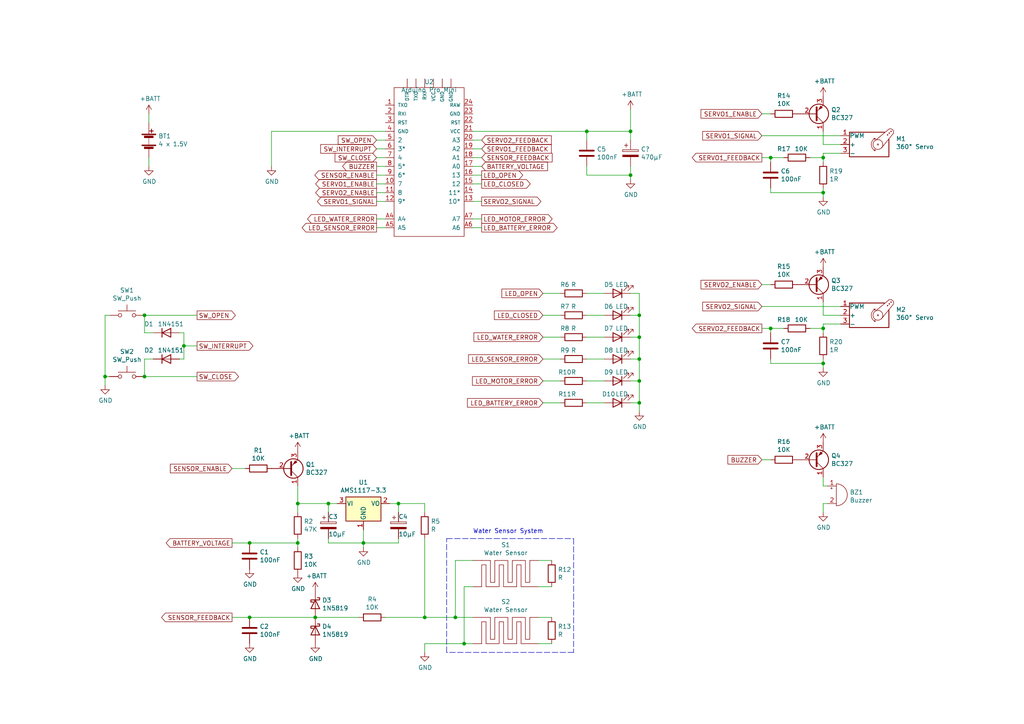
<source format=kicad_sch>
(kicad_sch (version 20211123) (generator eeschema)
  (paper "A4")
  (title_block (title "Water Leakage Detection System") (date "2019-10-29") (company "µF") (comment 1 "www.github.com/microfarad-de") (comment 2 "www.microfarad.de") (comment 3 "Please visit:") (comment 4 "Copyright (C) 2019, Karim Hraibi"))
  (lib_symbols
    (symbol "Device:Battery" (pin_numbers hide) (pin_names (offset 0) hide)
      (property "Reference" "BT" (at 2.54 2.54 0))
      (property "Value" "Battery" (at 2.54 0 0))
      (symbol "Battery_0_1"
        (rectangle (start -2.032 -1.397) (end 2.032 -1.651) (fill (type outline)))
        (rectangle (start -2.032 1.778) (end 2.032 1.524) (fill (type outline)))
        (rectangle (start -1.3208 -1.9812) (end 1.27 -2.4892) (fill (type outline)))
        (rectangle (start -1.3208 1.1938) (end 1.27 0.6858) (fill (type outline)))
        (polyline (pts (xy 0 -1.524) (xy 0 -1.27)))
        (polyline (pts (xy 0 -1.016) (xy 0 -0.762)))
        (polyline (pts (xy 0 -0.508) (xy 0 -0.254)))
        (polyline (pts (xy 0 0) (xy 0 0.254)))
        (polyline (pts (xy 0 0.508) (xy 0 0.762)))
        (polyline (pts (xy 0 1.778) (xy 0 2.54)))
        (polyline (pts (xy 0.254 2.667) (xy 1.27 2.667)) (stroke (width 0.254)))
        (polyline (pts (xy 0.762 3.175) (xy 0.762 2.159)) (stroke (width 0.254)))
      )
      (symbol "Battery_1_1"
        (pin passive line (at 0 5.08 270) (length 2.54) (name "+") (number "1"))
        (pin passive line (at 0 -5.08 90) (length 2.54) (name "-") (number "2"))
      )
    )
    (symbol "Device:Buzzer" (pin_names (offset 0.0254) hide)
      (property "Reference" "BZ" (at 3.81 1.27 0))
      (property "Value" "Buzzer" (at 3.81 -1.27 0))
      (symbol "Buzzer_0_1"
        (arc (start 0 -3.175) (mid 3.175 0) (end 0 3.175))
        (polyline (pts (xy -1.651 1.905) (xy -1.143 1.905)))
        (polyline (pts (xy -1.397 2.159) (xy -1.397 1.651)))
        (polyline (pts (xy 0 3.175) (xy 0 -3.175)))
      )
      (symbol "Buzzer_1_1"
        (pin passive line (at -2.54 2.54 0) (length 2.54) (name "-") (number "1"))
        (pin passive line (at -2.54 -2.54 0) (length 2.54) (name "+") (number "2"))
      )
    )
    (symbol "Device:C" (pin_numbers hide) (pin_names (offset 0.254))
      (property "Reference" "C" (at 0.635 2.54 0))
      (property "Value" "C" (at 0.635 -2.54 0))
      (symbol "C_0_1"
        (polyline (pts (xy -2.032 -0.762) (xy 2.032 -0.762)) (stroke (width 0.508)))
        (polyline (pts (xy -2.032 0.762) (xy 2.032 0.762)) (stroke (width 0.508)))
      )
      (symbol "C_1_1"
        (pin passive line (at 0 3.81 270) (length 2.794) (name "~") (number "1"))
        (pin passive line (at 0 -3.81 90) (length 2.794) (name "~") (number "2"))
      )
    )
    (symbol "Device:LED" (pin_numbers hide) (pin_names (offset 1.016) hide)
      (property "Reference" "D" (at 0 2.54 0))
      (property "Value" "LED" (at 0 -2.54 0))
      (symbol "LED_0_1"
        (polyline (pts (xy -1.27 -1.27) (xy -1.27 1.27)) (stroke (width 0.254)))
        (polyline (pts (xy -1.27 0) (xy 1.27 0)))
        (polyline (pts (xy 1.27 -1.27) (xy 1.27 1.27) (xy -1.27 0) (xy 1.27 -1.27)) (stroke (width 0.254)))
        (polyline (pts (xy -3.048 -0.762) (xy -4.572 -2.286) (xy -3.81 -2.286) (xy -4.572 -2.286) (xy -4.572 -1.524)))
        (polyline (pts (xy -1.778 -0.762) (xy -3.302 -2.286) (xy -2.54 -2.286) (xy -3.302 -2.286) (xy -3.302 -1.524)))
      )
      (symbol "LED_1_1"
        (pin passive line (at -3.81 0 0) (length 2.54) (name "K") (number "1"))
        (pin passive line (at 3.81 0 180) (length 2.54) (name "A") (number "2"))
      )
    )
    (symbol "Device:R" (pin_numbers hide) (pin_names (offset 0))
      (property "Reference" "R" (at 2.032 0 90))
      (property "Value" "R" (at 0 0 90))
      (symbol "R_0_1"
        (rectangle (start -1.016 -2.54) (end 1.016 2.54) (stroke (width 0.254)))
      )
      (symbol "R_1_1"
        (pin passive line (at 0 3.81 270) (length 1.27) (name "~") (number "1"))
        (pin passive line (at 0 -3.81 90) (length 1.27) (name "~") (number "2"))
      )
    )
    (symbol "Diode:1N4151" (pin_numbers hide) (pin_names (offset 1.016) hide)
      (property "Reference" "D" (at 0 2.54 0))
      (property "Value" "1N4151" (at 0 -2.54 0))
      (symbol "1N4151_0_1"
        (polyline (pts (xy -1.27 1.27) (xy -1.27 -1.27)) (stroke (width 0.254)))
        (polyline (pts (xy 1.27 0) (xy -1.27 0)))
        (polyline (pts (xy 1.27 1.27) (xy 1.27 -1.27) (xy -1.27 0) (xy 1.27 1.27)) (stroke (width 0.254)))
      )
      (symbol "1N4151_1_1"
        (pin passive line (at -3.81 0 0) (length 2.54) (name "K") (number "1"))
        (pin passive line (at 3.81 0 180) (length 2.54) (name "A") (number "2"))
      )
    )
    (symbol "Diode:1N5819" (pin_numbers hide) (pin_names (offset 1.016) hide)
      (property "Reference" "D" (at 0 2.54 0))
      (property "Value" "1N5819" (at 0 -2.54 0))
      (symbol "1N5819_0_1"
        (polyline (pts (xy 1.27 0) (xy -1.27 0)))
        (polyline (pts (xy 1.27 1.27) (xy 1.27 -1.27) (xy -1.27 0) (xy 1.27 1.27)) (stroke (width 0.254)))
        (polyline (pts (xy -1.905 0.635) (xy -1.905 1.27) (xy -1.27 1.27) (xy -1.27 -1.27) (xy -0.635 -1.27) (xy -0.635 -0.635)) (stroke (width 0.254)))
      )
      (symbol "1N5819_1_1"
        (pin passive line (at -3.81 0 0) (length 2.54) (name "K") (number "1"))
        (pin passive line (at 3.81 0 180) (length 2.54) (name "A") (number "2"))
      )
    )
    (symbol "Motor:Motor_Servo" (pin_names (offset 0.0254))
      (property "Reference" "M" (at -5.08 4.445 0))
      (property "Value" "Motor_Servo" (at -5.08 -4.064 0))
      (symbol "Motor_Servo_0_1"
        (polyline (pts (xy 2.413 -1.778) (xy 2.032 -1.778)))
        (polyline (pts (xy 2.413 -1.778) (xy 2.286 -1.397)))
        (polyline (pts (xy 2.413 1.778) (xy 1.905 1.778)))
        (polyline (pts (xy 2.413 1.778) (xy 2.286 1.397)))
        (polyline (pts (xy 6.35 4.445) (xy 2.54 1.27)))
        (polyline (pts (xy 7.62 3.175) (xy 4.191 -1.016)))
        (polyline (pts (xy 5.08 3.556) (xy -5.08 3.556) (xy -5.08 -3.556) (xy 6.35 -3.556) (xy 6.35 1.524)) (stroke (width 0.254)))
        (arc (start 2.413 1.778) (mid 1.2406 0) (end 2.413 -1.778))
        (circle (center 3.175 0) (radius 0.1778))
        (circle (center 3.175 0) (radius 1.4224))
        (circle (center 5.969 2.794) (radius 0.127))
        (circle (center 6.477 3.302) (radius 0.127))
        (circle (center 6.985 3.81) (radius 0.127))
        (arc (start 7.62 3.175) (mid 7.4485 4.2735) (end 6.35 4.445))
      )
      (symbol "Motor_Servo_1_1"
        (pin passive line (at -7.62 2.54 0) (length 2.54) (name "PWM") (number "1"))
        (pin passive line (at -7.62 0 0) (length 2.54) (name "+") (number "2"))
        (pin passive line (at -7.62 -2.54 0) (length 2.54) (name "-") (number "3"))
      )
    )
    (symbol "Regulator_Linear:AMS1117-3.3" (pin_names (offset 0.254))
      (property "Reference" "U" (at -3.81 3.175 0))
      (property "Value" "AMS1117-3.3" (at 0 3.175 0))
      (symbol "AMS1117-3.3_0_1"
        (rectangle (start -5.08 -5.08) (end 5.08 1.905) (stroke (width 0.254)) (fill (type background)))
      )
      (symbol "AMS1117-3.3_1_1"
        (pin power_in line (at 0 -7.62 90) (length 2.54) (name "GND") (number "1"))
        (pin power_out line (at 7.62 0 180) (length 2.54) (name "VO") (number "2"))
        (pin power_in line (at -7.62 0 0) (length 2.54) (name "VI") (number "3"))
      )
    )
    (symbol "Switch:SW_Push" (pin_numbers hide) (pin_names (offset 1.016) hide)
      (property "Reference" "SW" (at 1.27 2.54 0))
      (property "Value" "SW_Push" (at 0 -1.524 0))
      (symbol "SW_Push_0_1"
        (circle (center -2.032 0) (radius 0.508))
        (polyline (pts (xy 0 1.27) (xy 0 3.048)))
        (polyline (pts (xy 2.54 1.27) (xy -2.54 1.27)))
        (circle (center 2.032 0) (radius 0.508))
        (pin passive line (at -5.08 0 0) (length 2.54) (name "1") (number "1"))
        (pin passive line (at 5.08 0 180) (length 2.54) (name "2") (number "2"))
      )
    )
    (symbol "Transistor_BJT:BC327" (pin_names (offset 0) hide)
      (property "Reference" "Q" (at 5.08 1.905 0))
      (property "Value" "BC327" (at 5.08 0 0))
      (symbol "BC327_0_1"
        (polyline (pts (xy 0.635 0.635) (xy 2.54 2.54)))
        (polyline (pts (xy 0.635 -0.635) (xy 2.54 -2.54) (xy 2.54 -2.54)))
        (polyline (pts (xy 0.635 1.905) (xy 0.635 -1.905) (xy 0.635 -1.905)) (stroke (width 0.508)))
        (polyline (pts (xy 2.286 -1.778) (xy 1.778 -2.286) (xy 1.27 -1.27) (xy 2.286 -1.778) (xy 2.286 -1.778)) (fill (type outline)))
        (circle (center 1.27 0) (radius 2.8194) (stroke (width 0.254)))
      )
      (symbol "BC327_1_1"
        (pin passive line (at 2.54 5.08 270) (length 2.54) (name "C") (number "1"))
        (pin input line (at -5.08 0 0) (length 5.715) (name "B") (number "2"))
        (pin passive line (at 2.54 -5.08 90) (length 2.54) (name "E") (number "3"))
      )
    )
    (symbol "microfarad-de:Arduino_Pro_Mini" (pin_names (offset 1.016))
      (property "Reference" "U" (at 0 -10.16 0))
      (property "Value" "Arduino_Pro_Mini" (at 0 -12.7 0))
      (symbol "Arduino_Pro_Mini_0_1"
        (rectangle (start -10.16 22.86) (end 10.16 -20.32))
      )
      (symbol "Arduino_Pro_Mini_1_1"
        (pin output line (at -6.35 25.4 270) (length 2.54) (name "DTR") (number ""))
        (pin power_out line (at 3.81 25.4 270) (length 2.54) (name "GND") (number ""))
        (pin power_out line (at 6.35 25.4 270) (length 2.54) (name "GND") (number ""))
        (pin input line (at -1.27 25.4 270) (length 2.54) (name "RXI") (number ""))
        (pin output line (at -3.81 25.4 270) (length 2.54) (name "TXO") (number ""))
        (pin power_out line (at 1.27 25.4 270) (length 2.54) (name "VCC") (number ""))
        (pin bidirectional line (at -12.7 17.78 0) (length 2.54) (name "TXO") (number "1"))
        (pin bidirectional line (at -12.7 -5.08 0) (length 2.54) (name "7") (number "10"))
        (pin bidirectional line (at -12.7 -7.62 0) (length 2.54) (name "8") (number "11"))
        (pin bidirectional line (at -12.7 -10.16 0) (length 2.54) (name "9*") (number "12"))
        (pin bidirectional line (at 12.7 -10.16 180) (length 2.54) (name "10*") (number "13"))
        (pin bidirectional line (at 12.7 -7.62 180) (length 2.54) (name "11*") (number "14"))
        (pin bidirectional line (at 12.7 -5.08 180) (length 2.54) (name "12") (number "15"))
        (pin bidirectional line (at 12.7 -2.54 180) (length 2.54) (name "13") (number "16"))
        (pin bidirectional line (at 12.7 0 180) (length 2.54) (name "A0") (number "17"))
        (pin bidirectional line (at 12.7 2.54 180) (length 2.54) (name "A1") (number "18"))
        (pin bidirectional line (at 12.7 5.08 180) (length 2.54) (name "A2") (number "19"))
        (pin bidirectional line (at -12.7 15.24 0) (length 2.54) (name "RXI") (number "2"))
        (pin bidirectional line (at 12.7 7.62 180) (length 2.54) (name "A3") (number "20"))
        (pin power_in line (at 12.7 10.16 180) (length 2.54) (name "VCC") (number "21"))
        (pin input line (at 12.7 12.7 180) (length 2.54) (name "RST") (number "22"))
        (pin power_in line (at 12.7 15.24 180) (length 2.54) (name "GND") (number "23"))
        (pin power_in line (at 12.7 17.78 180) (length 2.54) (name "RAW") (number "24"))
        (pin input line (at -12.7 12.7 0) (length 2.54) (name "RST") (number "3"))
        (pin power_in line (at -12.7 10.16 0) (length 2.54) (name "GND") (number "4"))
        (pin bidirectional line (at -12.7 7.62 0) (length 2.54) (name "2") (number "5"))
        (pin bidirectional line (at -12.7 5.08 0) (length 2.54) (name "3*") (number "6"))
        (pin bidirectional line (at -12.7 2.54 0) (length 2.54) (name "4") (number "7"))
        (pin bidirectional line (at -12.7 0 0) (length 2.54) (name "5*") (number "8"))
        (pin bidirectional line (at -12.7 -2.54 0) (length 2.54) (name "6*") (number "9"))
        (pin bidirectional line (at -12.7 -15.24 0) (length 2.54) (name "A4") (number "A4"))
        (pin bidirectional line (at -12.7 -17.78 0) (length 2.54) (name "A5") (number "A5"))
        (pin bidirectional line (at 12.7 -17.78 180) (length 2.54) (name "A6") (number "A6"))
        (pin bidirectional line (at 12.7 -15.24 180) (length 2.54) (name "A7") (number "A7"))
      )
    )
    (symbol "microfarad-de:Water_Sensor" (pin_numbers hide) (pin_names (offset 0) hide)
      (property "Reference" "S" (at 0 -5.08 0))
      (property "Value" "Water_Sensor" (at 0 5.08 0))
      (symbol "Water_Sensor_0_1"
        (polyline (pts (xy -3.81 3.81) (xy -6.35 3.81)))
        (polyline (pts (xy -5.08 -3.81) (xy -5.08 2.54) (xy -6.35 2.54) (xy -6.35 -3.81)))
        (polyline (pts (xy 7.62 -3.81) (xy 5.08 -3.81) (xy 5.08 2.54) (xy 3.81 2.54) (xy 3.81 -3.81)))
        (polyline (pts (xy 7.62 3.81) (xy 7.62 -2.54) (xy 6.35 -2.54) (xy 6.35 3.81) (xy 5.08 3.81)))
        (polyline (pts (xy 3.81 -3.81) (xy 0 -3.81) (xy 0 2.54) (xy -1.27 2.54) (xy -1.27 -3.81) (xy -5.08 -3.81)))
        (polyline (pts (xy 5.08 3.81) (xy 2.54 3.81) (xy 2.54 -2.54) (xy 1.27 -2.54) (xy 1.27 3.81) (xy -2.54 3.81) (xy -2.54 -2.54) (xy -3.81 -2.54) (xy -3.81 3.81)))
      )
      (symbol "Water_Sensor_1_1"
        (pin bidirectional line (at -8.89 -3.81 0) (length 2.54) (name "~") (number "~"))
        (pin bidirectional line (at -8.89 3.81 0) (length 2.54) (name "~") (number "~"))
        (pin bidirectional line (at 10.16 -3.81 180) (length 2.54) (name "~") (number "~"))
        (pin bidirectional line (at 10.16 3.81 180) (length 2.54) (name "~") (number "~"))
      )
    )
    (symbol "power:+BATT" (power) (pin_names (offset 0))
      (property "Value" "+BATT" (at 0 3.556 0))
      (symbol "+BATT_0_1"
        (polyline (pts (xy -0.762 1.27) (xy 0 2.54)))
        (polyline (pts (xy 0 0) (xy 0 2.54)))
        (polyline (pts (xy 0 2.54) (xy 0.762 1.27)))
      )
      (symbol "+BATT_1_1"
        (pin power_in line (at 0 0 90) (length 0) hide (name "+BATT") (number "1"))
      )
    )
    (symbol "power:GND" (power) (pin_names (offset 0))
      (property "Value" "GND" (at 0 -3.81 0))
      (symbol "GND_0_1"
        (polyline (pts (xy 0 0) (xy 0 -1.27) (xy 1.27 -1.27) (xy 0 -2.54) (xy -1.27 -1.27) (xy 0 -1.27)))
      )
      (symbol "GND_1_1"
        (pin power_in line (at 0 0 270) (length 0) hide (name "GND") (number "1"))
      )
    )
    (symbol "water-alarm-rescue:CP-Device" (pin_numbers hide) (pin_names (offset 0.254))
      (property "Reference" "C" (at 0.635 2.54 0))
      (property "Value" "CP-Device" (at 0.635 -2.54 0))
      (symbol "CP-Device_0_1"
        (rectangle (start -2.286 0.508) (end 2.286 1.016))
        (polyline (pts (xy -1.778 2.286) (xy -0.762 2.286)))
        (polyline (pts (xy -1.27 2.794) (xy -1.27 1.778)))
        (rectangle (start 2.286 -0.508) (end -2.286 -1.016) (fill (type outline)))
      )
      (symbol "CP-Device_1_1"
        (pin passive line (at 0 3.81 270) (length 2.794) (name "~") (number "1"))
        (pin passive line (at 0 -3.81 90) (length 2.794) (name "~") (number "2"))
      )
    )
  )
  (junction (at 123.19 179.07))
  (junction (at 238.76 55.88))
  (junction (at 182.88 50.8))
  (junction (at 238.76 95.25))
  (junction (at 182.88 38.1))
  (junction (at 170.18 38.1))
  (junction (at 41.91 91.44))
  (junction (at 185.42 110.49))
  (junction (at 30.48 109.22))
  (junction (at 134.62 186.69))
  (junction (at 86.36 146.05))
  (junction (at 72.39 179.07))
  (junction (at 95.25 146.05))
  (junction (at 132.08 179.07))
  (junction (at 91.44 179.07))
  (junction (at 72.39 157.48))
  (junction (at 223.52 45.72))
  (junction (at 238.76 105.41))
  (junction (at 185.42 116.84))
  (junction (at 53.34 100.33))
  (junction (at 185.42 91.44))
  (junction (at 185.42 104.14))
  (junction (at 86.36 157.48))
  (junction (at 105.41 157.48))
  (junction (at 223.52 95.25))
  (junction (at 238.76 45.72))
  (junction (at 185.42 97.79))
  (junction (at 41.91 109.22))
  (junction (at 115.57 146.05))
  (wire (pts (xy 156.21 162.56) (xy 160.02 162.56)))
  (wire (pts (xy 238.76 105.41) (xy 238.76 104.14)))
  (wire (pts (xy 111.76 179.07) (xy 123.19 179.07)))
  (wire (pts (xy 185.42 91.44) (xy 185.42 97.79)))
  (wire (pts (xy 30.48 109.22) (xy 31.75 109.22)))
  (wire (pts (xy 72.39 157.48) (xy 86.36 157.48)))
  (wire (pts (xy 238.76 96.52) (xy 238.76 95.25)))
  (wire (pts (xy 243.84 39.37) (xy 220.98 39.37)))
  (wire (pts (xy 137.16 53.34) (xy 139.7 53.34)))
  (wire (pts (xy 86.36 148.59) (xy 86.36 146.05)))
  (wire (pts (xy 109.22 55.88) (xy 111.76 55.88)))
  (wire (pts (xy 41.91 109.22) (xy 57.15 109.22)))
  (wire (pts (xy 185.42 97.79) (xy 185.42 104.14)))
  (wire (pts (xy 182.88 104.14) (xy 185.42 104.14)))
  (wire (pts (xy 44.45 104.14) (xy 41.91 104.14)))
  (wire (pts (xy 123.19 179.07) (xy 132.08 179.07)))
  (wire (pts (xy 238.76 140.97) (xy 240.03 140.97)))
  (wire (pts (xy 105.41 158.75) (xy 105.41 157.48)))
  (wire (pts (xy 170.18 97.79) (xy 175.26 97.79)))
  (wire (pts (xy 52.07 104.14) (xy 53.34 104.14)))
  (wire (pts (xy 132.08 179.07) (xy 137.16 179.07)))
  (wire (pts (xy 185.42 110.49) (xy 185.42 116.84)))
  (wire (pts (xy 41.91 104.14) (xy 41.91 109.22)))
  (wire (pts (xy 170.18 104.14) (xy 175.26 104.14)))
  (wire (pts (xy 72.39 179.07) (xy 67.31 179.07)))
  (wire (pts (xy 238.76 95.25) (xy 238.76 93.98)))
  (wire (pts (xy 223.52 55.88) (xy 238.76 55.88)))
  (wire (pts (xy 86.36 158.75) (xy 86.36 157.48)))
  (wire (pts (xy 234.95 45.72) (xy 238.76 45.72)))
  (wire (pts (xy 95.25 146.05) (xy 97.79 146.05)))
  (wire (pts (xy 220.98 95.25) (xy 223.52 95.25)))
  (wire (pts (xy 182.88 50.8) (xy 182.88 48.26)))
  (wire (pts (xy 238.76 45.72) (xy 238.76 44.45)))
  (wire (pts (xy 109.22 53.34) (xy 111.76 53.34)))
  (wire (pts (xy 223.52 54.61) (xy 223.52 55.88)))
  (wire (pts (xy 111.76 66.04) (xy 109.22 66.04)))
  (wire (pts (xy 109.22 48.26) (xy 111.76 48.26)))
  (polyline (pts (xy 129.54 189.23) (xy 129.54 156.21)))
  (wire (pts (xy 78.74 38.1) (xy 78.74 48.26)))
  (wire (pts (xy 185.42 104.14) (xy 185.42 110.49)))
  (wire (pts (xy 123.19 146.05) (xy 123.19 148.59)))
  (wire (pts (xy 137.16 48.26) (xy 139.7 48.26)))
  (wire (pts (xy 156.21 179.07) (xy 160.02 179.07)))
  (wire (pts (xy 41.91 96.52) (xy 41.91 91.44)))
  (wire (pts (xy 238.76 41.91) (xy 243.84 41.91)))
  (wire (pts (xy 43.18 33.02) (xy 43.18 35.56)))
  (wire (pts (xy 41.91 91.44) (xy 57.15 91.44)))
  (wire (pts (xy 238.76 138.43) (xy 238.76 140.97)))
  (wire (pts (xy 182.88 91.44) (xy 185.42 91.44)))
  (wire (pts (xy 86.36 146.05) (xy 95.25 146.05)))
  (wire (pts (xy 30.48 111.76) (xy 30.48 109.22)))
  (wire (pts (xy 137.16 162.56) (xy 132.08 162.56)))
  (wire (pts (xy 53.34 96.52) (xy 53.34 100.33)))
  (wire (pts (xy 157.48 91.44) (xy 162.56 91.44)))
  (wire (pts (xy 185.42 116.84) (xy 185.42 119.38)))
  (wire (pts (xy 220.98 45.72) (xy 223.52 45.72)))
  (wire (pts (xy 137.16 63.5) (xy 139.7 63.5)))
  (wire (pts (xy 157.48 110.49) (xy 162.56 110.49)))
  (wire (pts (xy 170.18 110.49) (xy 175.26 110.49)))
  (wire (pts (xy 223.52 96.52) (xy 223.52 95.25)))
  (wire (pts (xy 238.76 146.05) (xy 240.03 146.05)))
  (wire (pts (xy 238.76 148.59) (xy 238.76 146.05)))
  (wire (pts (xy 109.22 58.42) (xy 111.76 58.42)))
  (wire (pts (xy 67.31 157.48) (xy 72.39 157.48)))
  (wire (pts (xy 238.76 38.1) (xy 238.76 41.91)))
  (wire (pts (xy 137.16 58.42) (xy 139.7 58.42)))
  (wire (pts (xy 182.88 110.49) (xy 185.42 110.49)))
  (wire (pts (xy 123.19 156.21) (xy 123.19 179.07)))
  (wire (pts (xy 109.22 50.8) (xy 111.76 50.8)))
  (wire (pts (xy 170.18 40.64) (xy 170.18 38.1)))
  (wire (pts (xy 30.48 91.44) (xy 30.48 109.22)))
  (wire (pts (xy 53.34 104.14) (xy 53.34 100.33)))
  (wire (pts (xy 238.76 55.88) (xy 238.76 54.61)))
  (wire (pts (xy 157.48 116.84) (xy 162.56 116.84)))
  (wire (pts (xy 182.88 52.07) (xy 182.88 50.8)))
  (wire (pts (xy 223.52 105.41) (xy 238.76 105.41)))
  (wire (pts (xy 109.22 45.72) (xy 111.76 45.72)))
  (wire (pts (xy 132.08 162.56) (xy 132.08 179.07)))
  (wire (pts (xy 220.98 133.35) (xy 223.52 133.35)))
  (wire (pts (xy 243.84 88.9) (xy 220.98 88.9)))
  (wire (pts (xy 220.98 33.02) (xy 223.52 33.02)))
  (wire (pts (xy 223.52 95.25) (xy 227.33 95.25)))
  (polyline (pts (xy 166.37 156.21) (xy 166.37 189.23)))
  (wire (pts (xy 137.16 170.18) (xy 134.62 170.18)))
  (wire (pts (xy 227.33 45.72) (xy 223.52 45.72)))
  (wire (pts (xy 157.48 104.14) (xy 162.56 104.14)))
  (wire (pts (xy 52.07 96.52) (xy 53.34 96.52)))
  (wire (pts (xy 137.16 40.64) (xy 139.7 40.64)))
  (wire (pts (xy 185.42 85.09) (xy 185.42 91.44)))
  (wire (pts (xy 115.57 148.59) (xy 115.57 146.05)))
  (wire (pts (xy 113.03 146.05) (xy 115.57 146.05)))
  (wire (pts (xy 157.48 85.09) (xy 162.56 85.09)))
  (wire (pts (xy 238.76 55.88) (xy 238.76 57.15)))
  (wire (pts (xy 137.16 43.18) (xy 139.7 43.18)))
  (wire (pts (xy 134.62 170.18) (xy 134.62 186.69)))
  (wire (pts (xy 234.95 95.25) (xy 238.76 95.25)))
  (wire (pts (xy 123.19 189.23) (xy 123.19 186.69)))
  (wire (pts (xy 223.52 46.99) (xy 223.52 45.72)))
  (wire (pts (xy 238.76 105.41) (xy 238.76 106.68)))
  (wire (pts (xy 95.25 157.48) (xy 105.41 157.48)))
  (wire (pts (xy 115.57 157.48) (xy 115.57 156.21)))
  (wire (pts (xy 67.31 135.89) (xy 71.12 135.89)))
  (wire (pts (xy 123.19 186.69) (xy 134.62 186.69)))
  (wire (pts (xy 72.39 179.07) (xy 91.44 179.07)))
  (wire (pts (xy 182.88 97.79) (xy 185.42 97.79)))
  (wire (pts (xy 43.18 48.26) (xy 43.18 45.72)))
  (wire (pts (xy 170.18 91.44) (xy 175.26 91.44)))
  (polyline (pts (xy 129.54 156.21) (xy 166.37 156.21)))
  (wire (pts (xy 170.18 50.8) (xy 182.88 50.8)))
  (wire (pts (xy 238.76 93.98) (xy 243.84 93.98)))
  (wire (pts (xy 91.44 179.07) (xy 104.14 179.07)))
  (wire (pts (xy 115.57 146.05) (xy 123.19 146.05)))
  (wire (pts (xy 30.48 91.44) (xy 31.75 91.44)))
  (wire (pts (xy 137.16 38.1) (xy 170.18 38.1)))
  (wire (pts (xy 109.22 43.18) (xy 111.76 43.18)))
  (wire (pts (xy 182.88 38.1) (xy 182.88 40.64)))
  (wire (pts (xy 170.18 38.1) (xy 182.88 38.1)))
  (wire (pts (xy 105.41 153.67) (xy 105.41 157.48)))
  (wire (pts (xy 109.22 63.5) (xy 111.76 63.5)))
  (wire (pts (xy 53.34 100.33) (xy 57.15 100.33)))
  (wire (pts (xy 109.22 40.64) (xy 111.76 40.64)))
  (wire (pts (xy 220.98 82.55) (xy 223.52 82.55)))
  (wire (pts (xy 238.76 44.45) (xy 243.84 44.45)))
  (wire (pts (xy 160.02 186.69) (xy 156.21 186.69)))
  (wire (pts (xy 157.48 97.79) (xy 162.56 97.79)))
  (wire (pts (xy 105.41 157.48) (xy 115.57 157.48)))
  (wire (pts (xy 95.25 156.21) (xy 95.25 157.48)))
  (wire (pts (xy 86.36 140.97) (xy 86.36 146.05)))
  (wire (pts (xy 137.16 66.04) (xy 139.7 66.04)))
  (wire (pts (xy 86.36 157.48) (xy 86.36 156.21)))
  (wire (pts (xy 238.76 46.99) (xy 238.76 45.72)))
  (wire (pts (xy 182.88 31.75) (xy 182.88 38.1)))
  (wire (pts (xy 44.45 96.52) (xy 41.91 96.52)))
  (polyline (pts (xy 166.37 189.23) (xy 129.54 189.23)))
  (wire (pts (xy 182.88 85.09) (xy 185.42 85.09)))
  (wire (pts (xy 170.18 116.84) (xy 175.26 116.84)))
  (wire (pts (xy 95.25 148.59) (xy 95.25 146.05)))
  (wire (pts (xy 134.62 186.69) (xy 137.16 186.69)))
  (wire (pts (xy 182.88 116.84) (xy 185.42 116.84)))
  (wire (pts (xy 238.76 91.44) (xy 243.84 91.44)))
  (wire (pts (xy 137.16 45.72) (xy 139.7 45.72)))
  (wire (pts (xy 170.18 85.09) (xy 175.26 85.09)))
  (wire (pts (xy 170.18 48.26) (xy 170.18 50.8)))
  (wire (pts (xy 160.02 170.18) (xy 156.21 170.18)))
  (wire (pts (xy 238.76 87.63) (xy 238.76 91.44)))
  (wire (pts (xy 137.16 50.8) (xy 139.7 50.8)))
  (wire (pts (xy 223.52 104.14) (xy 223.52 105.41)))
  (wire (pts (xy 78.74 38.1) (xy 111.76 38.1)))
  (text "Water Sensor System" (at 137.16 154.94 0) (effects (font (size 1.27 1.27)) (justify left bottom)))
  (global_label "SW_INTERRUPT" (shape output) (at 57.15 100.33 0) (property "Intersheet References" "${INTERSHEET_REFS}" (effects hide)))
  (global_label "LED_CLOSED" (shape output) (at 139.7 53.34 0) (property "Intersheet References" "${INTERSHEET_REFS}" (effects hide)))
  (global_label "LED_OPEN" (shape input) (at 157.48 85.09 180) (property "Intersheet References" "${INTERSHEET_REFS}" (effects hide)))
  (global_label "SERVO1_FEEDBACK" (shape input) (at 139.7 43.18 0) (property "Intersheet References" "${INTERSHEET_REFS}" (effects hide)))
  (global_label "LED_MOTOR_ERROR" (shape output) (at 139.7 63.5 0) (property "Intersheet References" "${INTERSHEET_REFS}" (effects hide)))
  (global_label "BUZZER" (shape output) (at 109.22 48.26 180) (property "Intersheet References" "${INTERSHEET_REFS}" (effects hide)))
  (global_label "SERVO2_ENABLE" (shape output) (at 109.22 55.88 180) (property "Intersheet References" "${INTERSHEET_REFS}" (effects hide)))
  (global_label "SENSOR_ENABLE" (shape output) (at 109.22 50.8 180) (property "Intersheet References" "${INTERSHEET_REFS}" (effects hide)))
  (global_label "SERVO2_SIGNAL" (shape output) (at 139.7 58.42 0) (property "Intersheet References" "${INTERSHEET_REFS}" (effects hide)))
  (global_label "SERVO1_SIGNAL" (shape input) (at 220.98 39.37 180) (property "Intersheet References" "${INTERSHEET_REFS}" (effects hide)))
  (global_label "BUZZER" (shape input) (at 220.98 133.35 180) (property "Intersheet References" "${INTERSHEET_REFS}" (effects hide)))
  (global_label "SERVO1_ENABLE" (shape input) (at 220.98 33.02 180) (property "Intersheet References" "${INTERSHEET_REFS}" (effects hide)))
  (global_label "SERVO2_FEEDBACK" (shape input) (at 139.7 40.64 0) (property "Intersheet References" "${INTERSHEET_REFS}" (effects hide)))
  (global_label "LED_MOTOR_ERROR" (shape input) (at 157.48 110.49 180) (property "Intersheet References" "${INTERSHEET_REFS}" (effects hide)))
  (global_label "LED_CLOSED" (shape input) (at 157.48 91.44 180) (property "Intersheet References" "${INTERSHEET_REFS}" (effects hide)))
  (global_label "SERVO2_ENABLE" (shape input) (at 220.98 82.55 180) (property "Intersheet References" "${INTERSHEET_REFS}" (effects hide)))
  (global_label "LED_SENSOR_ERROR" (shape output) (at 109.22 66.04 180) (property "Intersheet References" "${INTERSHEET_REFS}" (effects hide)))
  (global_label "SERVO1_SIGNAL" (shape output) (at 109.22 58.42 180) (property "Intersheet References" "${INTERSHEET_REFS}" (effects hide)))
  (global_label "LED_BATTERY_ERROR" (shape input) (at 157.48 116.84 180) (property "Intersheet References" "${INTERSHEET_REFS}" (effects hide)))
  (global_label "BATTERY_VOLTAGE" (shape input) (at 139.7 48.26 0) (property "Intersheet References" "${INTERSHEET_REFS}" (effects hide)))
  (global_label "SW_CLOSE" (shape output) (at 57.15 109.22 0) (property "Intersheet References" "${INTERSHEET_REFS}" (effects hide)))
  (global_label "LED_WATER_ERROR" (shape output) (at 109.22 63.5 180) (property "Intersheet References" "${INTERSHEET_REFS}" (effects hide)))
  (global_label "LED_BATTERY_ERROR" (shape output) (at 139.7 66.04 0) (property "Intersheet References" "${INTERSHEET_REFS}" (effects hide)))
  (global_label "SENSOR_FEEDBACK" (shape output) (at 67.31 179.07 180) (property "Intersheet References" "${INTERSHEET_REFS}" (effects hide)))
  (global_label "SERVO1_ENABLE" (shape output) (at 109.22 53.34 180) (property "Intersheet References" "${INTERSHEET_REFS}" (effects hide)))
  (global_label "LED_SENSOR_ERROR" (shape input) (at 157.48 104.14 180) (property "Intersheet References" "${INTERSHEET_REFS}" (effects hide)))
  (global_label "LED_WATER_ERROR" (shape input) (at 157.48 97.79 180) (property "Intersheet References" "${INTERSHEET_REFS}" (effects hide)))
  (global_label "SW_CLOSE" (shape input) (at 109.22 45.72 180) (property "Intersheet References" "${INTERSHEET_REFS}" (effects hide)))
  (global_label "SERVO2_FEEDBACK" (shape output) (at 220.98 95.25 180) (property "Intersheet References" "${INTERSHEET_REFS}" (effects hide)))
  (global_label "SW_OPEN" (shape input) (at 109.22 40.64 180) (property "Intersheet References" "${INTERSHEET_REFS}" (effects hide)))
  (global_label "SW_INTERRUPT" (shape input) (at 109.22 43.18 180) (property "Intersheet References" "${INTERSHEET_REFS}" (effects hide)))
  (global_label "LED_OPEN" (shape output) (at 139.7 50.8 0) (property "Intersheet References" "${INTERSHEET_REFS}" (effects hide)))
  (global_label "SENSOR_ENABLE" (shape input) (at 67.31 135.89 180) (property "Intersheet References" "${INTERSHEET_REFS}" (effects hide)))
  (global_label "SW_OPEN" (shape output) (at 57.15 91.44 0) (property "Intersheet References" "${INTERSHEET_REFS}" (effects hide)))
  (global_label "SENSOR_FEEDBACK" (shape input) (at 139.7 45.72 0) (property "Intersheet References" "${INTERSHEET_REFS}" (effects hide)))
  (global_label "BATTERY_VOLTAGE" (shape output) (at 67.31 157.48 180) (property "Intersheet References" "${INTERSHEET_REFS}" (effects hide)))
  (global_label "SERVO1_FEEDBACK" (shape output) (at 220.98 45.72 180) (property "Intersheet References" "${INTERSHEET_REFS}" (effects hide)))
  (global_label "SERVO2_SIGNAL" (shape input) (at 220.98 88.9 180) (property "Intersheet References" "${INTERSHEET_REFS}" (effects hide)))
  (symbol (lib_id "microfarad-de:Arduino_Pro_Mini") (at 124.46 48.26 0) (unit 1)
    (property "Reference" "U2" (at 124.46 23.749 0))
    (property "Value" "Arduino Pro Mini" (at 124.46 26.0604 0))
  )
  (symbol (lib_id "Device:Battery") (at 43.18 40.64 0) (unit 1)
    (property "Reference" "BT1" (at 45.9232 39.4716 0) (effects (justify left)))
    (property "Value" "4 x 1.5V" (at 45.9232 41.783 0) (effects (justify left)))
  )
  (symbol (lib_id "Transistor_BJT:BC327") (at 236.22 33.02 0) (mirror x) (unit 1)
    (property "Reference" "Q2" (at 241.0714 31.8516 0) (effects (justify left)))
    (property "Value" "BC327" (at 241.0714 34.163 0) (effects (justify left)))
    (property "Footprint" "Package_TO_SOT_THT:TO-92_Inline" (effects hide))
    (property "Datasheet" "http://www.onsemi.com/pub_link/Collateral/BC327-D.PDF" (effects hide))
  )
  (symbol (lib_id "Device:R") (at 166.37 85.09 270) (unit 1)
    (property "Reference" "R6" (at 163.83 82.55 90))
    (property "Value" "R" (at 166.37 82.55 90))
  )
  (symbol (lib_id "Regulator_Linear:AMS1117-3.3") (at 105.41 146.05 0) (unit 1)
    (property "Reference" "U1" (at 105.41 139.9032 0))
    (property "Value" "AMS1117-3.3" (at 105.41 142.2146 0))
    (property "Footprint" "Package_TO_SOT_SMD:SOT-223-3_TabPin2" (effects hide))
    (property "Datasheet" "http://www.advanced-monolithic.com/pdf/ds1117.pdf" (effects hide))
  )
  (symbol (lib_id "Device:LED") (at 179.07 85.09 180) (unit 1)
    (property "Reference" "D5" (at 176.53 82.55 0))
    (property "Value" "LED" (at 180.34 82.55 0))
  )
  (symbol (lib_id "power:GND") (at 43.18 48.26 0) (unit 1)
    (property "Reference" "#PWR02" (effects hide))
    (property "Value" "GND" (at 43.307 52.6542 0))
  )
  (symbol (lib_id "power:+BATT") (at 43.18 33.02 0) (unit 1)
    (property "Reference" "#PWR01" (effects hide))
    (property "Value" "+BATT" (at 43.561 28.6258 0))
  )
  (symbol (lib_id "Motor:Motor_Servo") (at 251.46 41.91 0) (unit 1)
    (property "Reference" "M1" (at 259.8674 40.259 0) (effects (justify left)))
    (property "Value" "360° Servo" (at 259.8674 42.5704 0) (effects (justify left)))
    (property "Datasheet" "http://forums.parallax.com/uploads/attachments/46831/74481.png" (effects hide))
  )
  (symbol (lib_id "Switch:SW_Push") (at 36.83 109.22 0) (unit 1)
    (property "Reference" "SW2" (at 36.83 101.981 0))
    (property "Value" "SW_Push" (at 36.83 104.2924 0))
  )
  (symbol (lib_id "Switch:SW_Push") (at 36.83 91.44 0) (unit 1)
    (property "Reference" "SW1" (at 36.83 84.201 0))
    (property "Value" "SW_Push" (at 36.83 86.5124 0))
  )
  (symbol (lib_id "microfarad-de:Water_Sensor") (at 146.05 166.37 0) (unit 1)
    (property "Reference" "S1" (at 146.685 158.0388 0))
    (property "Value" "Water Sensor" (at 146.685 160.3502 0))
  )
  (symbol (lib_id "microfarad-de:Water_Sensor") (at 146.05 182.88 0) (unit 1)
    (property "Reference" "S2" (at 146.685 174.5488 0))
    (property "Value" "Water Sensor" (at 146.685 176.8602 0))
  )
  (symbol (lib_id "Device:R") (at 160.02 166.37 0) (unit 1)
    (property "Reference" "R12" (at 161.798 165.2016 0) (effects (justify left)))
    (property "Value" "R" (at 161.798 167.513 0) (effects (justify left)))
  )
  (symbol (lib_id "Device:R") (at 160.02 182.88 0) (unit 1)
    (property "Reference" "R13" (at 161.798 181.7116 0) (effects (justify left)))
    (property "Value" "R" (at 161.798 184.023 0) (effects (justify left)))
  )
  (symbol (lib_id "power:GND") (at 123.19 189.23 0) (unit 1)
    (property "Reference" "#PWR012" (effects hide))
    (property "Value" "GND" (at 123.317 193.6242 0))
  )
  (symbol (lib_id "Device:R") (at 123.19 152.4 0) (unit 1)
    (property "Reference" "R5" (at 124.968 151.2316 0) (effects (justify left)))
    (property "Value" "R" (at 124.968 153.543 0) (effects (justify left)))
  )
  (symbol (lib_id "Transistor_BJT:BC327") (at 83.82 135.89 0) (mirror x) (unit 1)
    (property "Reference" "Q1" (at 88.6714 134.7216 0) (effects (justify left)))
    (property "Value" "BC327" (at 88.6714 137.033 0) (effects (justify left)))
    (property "Footprint" "Package_TO_SOT_THT:TO-92_Inline" (effects hide))
    (property "Datasheet" "http://www.onsemi.com/pub_link/Collateral/BC327-D.PDF" (effects hide))
  )
  (symbol (lib_id "power:GND") (at 105.41 158.75 0) (unit 1)
    (property "Reference" "#PWR011" (effects hide))
    (property "Value" "GND" (at 105.537 163.1442 0))
  )
  (symbol (lib_id "power:+BATT") (at 86.36 130.81 0) (unit 1)
    (property "Reference" "#PWR07" (effects hide))
    (property "Value" "+BATT" (at 86.741 126.4158 0))
  )
  (symbol (lib_id "Device:R") (at 74.93 135.89 270) (unit 1)
    (property "Reference" "R1" (at 74.93 130.6322 90))
    (property "Value" "10K" (at 74.93 132.9436 90))
  )
  (symbol (lib_id "power:GND") (at 238.76 57.15 0) (unit 1)
    (property "Reference" "#PWR017" (effects hide))
    (property "Value" "GND" (at 238.887 61.5442 0))
  )
  (symbol (lib_id "Device:R") (at 227.33 33.02 270) (unit 1)
    (property "Reference" "R14" (at 227.33 27.7622 90))
    (property "Value" "10K" (at 227.33 30.0736 90))
  )
  (symbol (lib_id "power:+BATT") (at 238.76 27.94 0) (unit 1)
    (property "Reference" "#PWR016" (effects hide))
    (property "Value" "+BATT" (at 239.141 23.5458 0))
  )
  (symbol (lib_id "power:+BATT") (at 182.88 31.75 0) (unit 1)
    (property "Reference" "#PWR013" (effects hide))
    (property "Value" "+BATT" (at 183.261 27.3558 0))
  )
  (symbol (lib_id "Device:C") (at 170.18 44.45 0) (unit 1)
    (property "Reference" "C5" (at 173.101 43.2816 0) (effects (justify left)))
    (property "Value" "100nF" (at 173.101 45.593 0) (effects (justify left)))
  )
  (symbol (lib_id "power:GND") (at 182.88 52.07 0) (unit 1)
    (property "Reference" "#PWR014" (effects hide))
    (property "Value" "GND" (at 183.007 56.4642 0))
  )
  (symbol (lib_id "power:GND") (at 78.74 48.26 0) (unit 1)
    (property "Reference" "#PWR04" (effects hide))
    (property "Value" "GND" (at 78.867 52.6542 0))
  )
  (symbol (lib_id "Device:Buzzer") (at 242.57 143.51 0) (unit 1)
    (property "Reference" "BZ1" (at 246.4562 142.7734 0) (effects (justify left)))
    (property "Value" "Buzzer" (at 246.4562 145.0848 0) (effects (justify left)))
  )
  (symbol (lib_id "Transistor_BJT:BC327") (at 236.22 133.35 0) (mirror x) (unit 1)
    (property "Reference" "Q4" (at 241.0714 132.1816 0) (effects (justify left)))
    (property "Value" "BC327" (at 241.0714 134.493 0) (effects (justify left)))
    (property "Footprint" "Package_TO_SOT_THT:TO-92_Inline" (effects hide))
    (property "Datasheet" "http://www.onsemi.com/pub_link/Collateral/BC327-D.PDF" (effects hide))
  )
  (symbol (lib_id "Device:R") (at 227.33 133.35 270) (unit 1)
    (property "Reference" "R16" (at 227.33 128.0922 90))
    (property "Value" "10K" (at 227.33 130.4036 90))
  )
  (symbol (lib_id "power:+BATT") (at 238.76 128.27 0) (unit 1)
    (property "Reference" "#PWR020" (effects hide))
    (property "Value" "+BATT" (at 239.141 123.8758 0))
  )
  (symbol (lib_id "power:GND") (at 238.76 148.59 0) (unit 1)
    (property "Reference" "#PWR021" (effects hide))
    (property "Value" "GND" (at 238.887 152.9842 0))
  )
  (symbol (lib_id "Device:R") (at 238.76 50.8 0) (unit 1)
    (property "Reference" "R19" (at 240.538 49.6316 0) (effects (justify left)))
    (property "Value" "1R" (at 240.538 51.943 0) (effects (justify left)))
  )
  (symbol (lib_id "Device:C") (at 223.52 50.8 0) (unit 1)
    (property "Reference" "C6" (at 226.441 49.6316 0) (effects (justify left)))
    (property "Value" "100nF" (at 226.441 51.943 0) (effects (justify left)))
  )
  (symbol (lib_id "Transistor_BJT:BC327") (at 236.22 82.55 0) (mirror x) (unit 1)
    (property "Reference" "Q3" (at 241.0714 81.3816 0) (effects (justify left)))
    (property "Value" "BC327" (at 241.0714 83.693 0) (effects (justify left)))
    (property "Footprint" "Package_TO_SOT_THT:TO-92_Inline" (effects hide))
    (property "Datasheet" "http://www.onsemi.com/pub_link/Collateral/BC327-D.PDF" (effects hide))
  )
  (symbol (lib_id "Motor:Motor_Servo") (at 251.46 91.44 0) (unit 1)
    (property "Reference" "M2" (at 259.8674 89.789 0) (effects (justify left)))
    (property "Value" "360° Servo" (at 259.8674 92.1004 0) (effects (justify left)))
    (property "Datasheet" "http://forums.parallax.com/uploads/attachments/46831/74481.png" (effects hide))
  )
  (symbol (lib_id "power:GND") (at 238.76 106.68 0) (unit 1)
    (property "Reference" "#PWR019" (effects hide))
    (property "Value" "GND" (at 238.887 111.0742 0))
  )
  (symbol (lib_id "Device:R") (at 227.33 82.55 270) (unit 1)
    (property "Reference" "R15" (at 227.33 77.2922 90))
    (property "Value" "10K" (at 227.33 79.6036 90))
  )
  (symbol (lib_id "power:+BATT") (at 238.76 77.47 0) (unit 1)
    (property "Reference" "#PWR018" (effects hide))
    (property "Value" "+BATT" (at 239.141 73.0758 0))
  )
  (symbol (lib_id "Device:R") (at 238.76 100.33 0) (unit 1)
    (property "Reference" "R20" (at 240.538 99.1616 0) (effects (justify left)))
    (property "Value" "1R" (at 240.538 101.473 0) (effects (justify left)))
  )
  (symbol (lib_id "Device:C") (at 223.52 100.33 0) (unit 1)
    (property "Reference" "C7" (at 226.441 99.1616 0) (effects (justify left)))
    (property "Value" "100nF" (at 226.441 101.473 0) (effects (justify left)))
  )
  (symbol (lib_id "Diode:1N4151") (at 48.26 96.52 0) (unit 1)
    (property "Reference" "D1" (at 43.18 93.98 0))
    (property "Value" "1N4151" (at 49.53 93.98 0))
    (property "Footprint" "Diode_THT:D_DO-35_SOD27_P7.62mm_Horizontal" (effects hide))
    (property "Datasheet" "http://www.microsemi.com/document-portal/doc_view/11580-lds-0239" (effects hide))
  )
  (symbol (lib_id "Diode:1N4151") (at 48.26 104.14 0) (unit 1)
    (property "Reference" "D2" (at 43.18 101.6 0))
    (property "Value" "1N4151" (at 49.53 101.6 0))
    (property "Footprint" "Diode_THT:D_DO-35_SOD27_P7.62mm_Horizontal" (effects hide))
    (property "Datasheet" "http://www.microsemi.com/document-portal/doc_view/11580-lds-0239" (effects hide))
  )
  (symbol (lib_id "power:GND") (at 30.48 111.76 0) (unit 1)
    (property "Reference" "#PWR03" (effects hide))
    (property "Value" "GND" (at 30.607 116.1542 0))
  )
  (symbol (lib_id "Device:LED") (at 179.07 91.44 180) (unit 1)
    (property "Reference" "D6" (at 176.53 88.9 0))
    (property "Value" "LED" (at 180.34 88.9 0))
  )
  (symbol (lib_id "Device:LED") (at 179.07 97.79 180) (unit 1)
    (property "Reference" "D7" (at 176.53 95.25 0))
    (property "Value" "LED" (at 180.34 95.25 0))
  )
  (symbol (lib_id "Device:LED") (at 179.07 104.14 180) (unit 1)
    (property "Reference" "D8" (at 176.53 101.6 0))
    (property "Value" "LED" (at 180.34 101.6 0))
  )
  (symbol (lib_id "Device:LED") (at 179.07 110.49 180) (unit 1)
    (property "Reference" "D9" (at 176.53 107.95 0))
    (property "Value" "LED" (at 180.34 107.95 0))
  )
  (symbol (lib_id "Device:LED") (at 179.07 116.84 180) (unit 1)
    (property "Reference" "D10" (at 176.53 114.3 0))
    (property "Value" "LED" (at 180.34 114.3 0))
  )
  (symbol (lib_id "Device:R") (at 166.37 91.44 270) (unit 1)
    (property "Reference" "R7" (at 163.83 88.9 90))
    (property "Value" "R" (at 166.37 88.9 90))
  )
  (symbol (lib_id "Device:R") (at 166.37 97.79 270) (unit 1)
    (property "Reference" "R8" (at 163.83 95.25 90))
    (property "Value" "R" (at 166.37 95.25 90))
  )
  (symbol (lib_id "Device:R") (at 166.37 104.14 270) (unit 1)
    (property "Reference" "R9" (at 163.83 101.6 90))
    (property "Value" "R" (at 166.37 101.6 90))
  )
  (symbol (lib_id "Device:R") (at 166.37 110.49 270) (unit 1)
    (property "Reference" "R10" (at 163.83 107.95 90))
    (property "Value" "R" (at 166.37 107.95 90))
  )
  (symbol (lib_id "Device:R") (at 166.37 116.84 270) (unit 1)
    (property "Reference" "R11" (at 163.83 114.3 90))
    (property "Value" "R" (at 166.37 114.3 90))
  )
  (symbol (lib_id "power:GND") (at 185.42 119.38 0) (unit 1)
    (property "Reference" "#PWR015" (effects hide))
    (property "Value" "GND" (at 185.547 123.7742 0))
  )
  (symbol (lib_id "Device:R") (at 86.36 152.4 0) (unit 1)
    (property "Reference" "R2" (at 88.138 151.2316 0) (effects (justify left)))
    (property "Value" "47K" (at 88.138 153.543 0) (effects (justify left)))
  )
  (symbol (lib_id "Device:R") (at 86.36 162.56 0) (unit 1)
    (property "Reference" "R3" (at 88.138 161.3916 0) (effects (justify left)))
    (property "Value" "10K" (at 88.138 163.703 0) (effects (justify left)))
  )
  (symbol (lib_id "power:GND") (at 86.36 166.37 0) (unit 1)
    (property "Reference" "#PWR08" (effects hide))
    (property "Value" "GND" (at 86.487 170.7642 0))
  )
  (symbol (lib_id "Diode:1N5819") (at 91.44 175.26 270) (unit 1)
    (property "Reference" "D3" (at 93.4466 174.0916 90) (effects (justify left)))
    (property "Value" "1N5819" (at 93.4466 176.403 90) (effects (justify left)))
    (property "Footprint" "Diode_THT:D_DO-41_SOD81_P10.16mm_Horizontal" (effects hide))
    (property "Datasheet" "http://www.vishay.com/docs/88525/1n5817.pdf" (effects hide))
  )
  (symbol (lib_id "Diode:1N5819") (at 91.44 182.88 270) (unit 1)
    (property "Reference" "D4" (at 93.4466 181.7116 90) (effects (justify left)))
    (property "Value" "1N5819" (at 93.4466 184.023 90) (effects (justify left)))
    (property "Footprint" "Diode_THT:D_DO-41_SOD81_P10.16mm_Horizontal" (effects hide))
    (property "Datasheet" "http://www.vishay.com/docs/88525/1n5817.pdf" (effects hide))
  )
  (symbol (lib_id "power:+BATT") (at 91.44 171.45 0) (unit 1)
    (property "Reference" "#PWR09" (effects hide))
    (property "Value" "+BATT" (at 91.821 167.0558 0))
  )
  (symbol (lib_id "power:GND") (at 91.44 186.69 0) (unit 1)
    (property "Reference" "#PWR010" (effects hide))
    (property "Value" "GND" (at 91.567 191.0842 0))
  )
  (symbol (lib_id "Device:R") (at 107.95 179.07 270) (unit 1)
    (property "Reference" "R4" (at 107.95 173.8122 90))
    (property "Value" "10K" (at 107.95 176.1236 90))
  )
  (symbol (lib_id "Device:C") (at 72.39 182.88 0) (unit 1)
    (property "Reference" "C2" (at 75.311 181.7116 0) (effects (justify left)))
    (property "Value" "100nF" (at 75.311 184.023 0) (effects (justify left)))
  )
  (symbol (lib_id "power:GND") (at 72.39 186.69 0) (unit 1)
    (property "Reference" "#PWR06" (effects hide))
    (property "Value" "GND" (at 72.517 191.0842 0))
  )
  (symbol (lib_id "Device:C") (at 72.39 161.29 0) (unit 1)
    (property "Reference" "C1" (at 75.311 160.1216 0) (effects (justify left)))
    (property "Value" "100nF" (at 75.311 162.433 0) (effects (justify left)))
  )
  (symbol (lib_id "power:GND") (at 72.39 165.1 0) (unit 1)
    (property "Reference" "#PWR05" (effects hide))
    (property "Value" "GND" (at 72.517 169.4942 0))
  )
  (symbol (lib_id "water-alarm-rescue:CP-Device") (at 95.25 152.4 0) (unit 1)
    (property "Reference" "C3" (at 95.25 149.86 0) (effects (justify left)))
    (property "Value" "10µF" (at 95.25 154.94 0) (effects (justify left)))
  )
  (symbol (lib_id "water-alarm-rescue:CP-Device") (at 115.57 152.4 0) (unit 1)
    (property "Reference" "C4" (at 115.57 149.86 0) (effects (justify left)))
    (property "Value" "10µF" (at 115.57 154.94 0) (effects (justify left)))
  )
  (symbol (lib_id "Device:R") (at 231.14 95.25 270) (unit 1)
    (property "Reference" "R18" (at 227.33 92.71 90))
    (property "Value" "10K" (at 232.41 92.71 90))
  )
  (symbol (lib_id "Device:R") (at 231.14 45.72 270) (unit 1)
    (property "Reference" "R17" (at 227.33 43.18 90))
    (property "Value" "10K" (at 232.41 43.18 90))
  )
  (symbol (lib_id "water-alarm-rescue:CP-Device") (at 182.88 44.45 0) (unit 1)
    (property "Reference" "C?" (at 185.8772 43.2816 0) (effects (justify left)))
    (property "Value" "470µF" (at 185.8772 45.593 0) (effects (justify left)))
  )
)
</source>
